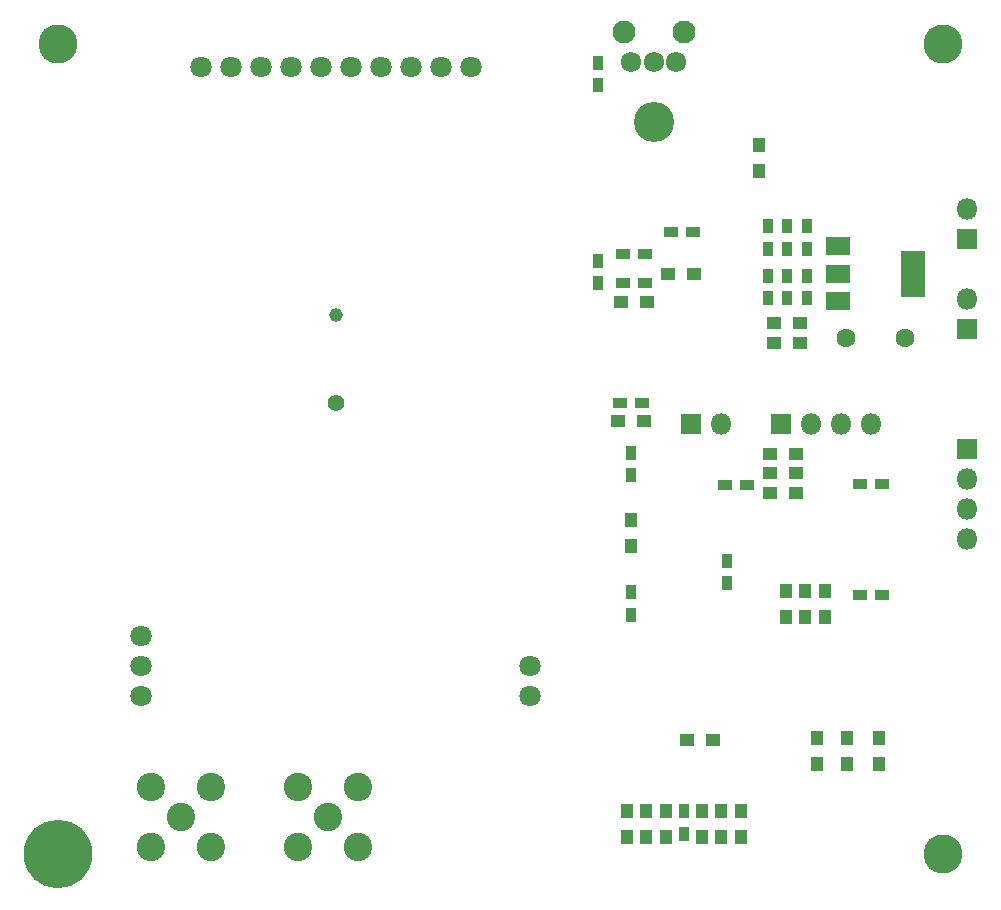
<source format=gbr>
G04 #@! TF.GenerationSoftware,KiCad,Pcbnew,(5.1.4)-1*
G04 #@! TF.CreationDate,2019-12-06T13:38:36-06:00*
G04 #@! TF.ProjectId,control_pcb,636f6e74-726f-46c5-9f70-63622e6b6963,rev?*
G04 #@! TF.SameCoordinates,Original*
G04 #@! TF.FileFunction,Soldermask,Bot*
G04 #@! TF.FilePolarity,Negative*
%FSLAX46Y46*%
G04 Gerber Fmt 4.6, Leading zero omitted, Abs format (unit mm)*
G04 Created by KiCad (PCBNEW (5.1.4)-1) date 2019-12-06 13:38:36*
%MOMM*%
%LPD*%
G04 APERTURE LIST*
%ADD10C,2.401600*%
%ADD11C,1.151600*%
%ADD12C,1.401600*%
%ADD13R,1.301600X0.851600*%
%ADD14R,0.851600X1.301600*%
%ADD15C,1.601600*%
%ADD16O,1.801600X1.801600*%
%ADD17R,1.801600X1.801600*%
%ADD18R,1.301600X1.001600*%
%ADD19R,1.001600X1.301600*%
%ADD20C,1.801600*%
%ADD21C,1.721600*%
%ADD22C,1.931600*%
%ADD23C,3.401600*%
%ADD24R,2.101600X1.601600*%
%ADD25R,2.101600X3.901600*%
%ADD26C,3.301600*%
%ADD27C,5.801600*%
G04 APERTURE END LIST*
D10*
X87884000Y-165735000D03*
X85344000Y-163195000D03*
X90424000Y-163195000D03*
X85344000Y-168275000D03*
X90424000Y-168275000D03*
X97790000Y-168275000D03*
X97790000Y-163195000D03*
X102870000Y-168275000D03*
X102870000Y-163195000D03*
X100330000Y-165735000D03*
D11*
X100965000Y-123275000D03*
D12*
X100965000Y-130725000D03*
D13*
X125034000Y-130683000D03*
X126934000Y-130683000D03*
D14*
X125984000Y-134940000D03*
X125984000Y-136840000D03*
X125984000Y-146751000D03*
X125984000Y-148651000D03*
D13*
X147254000Y-137541000D03*
X145354000Y-137541000D03*
X145354000Y-146939000D03*
X147254000Y-146939000D03*
X133924000Y-137668000D03*
X135824000Y-137668000D03*
D14*
X134112000Y-144084000D03*
X134112000Y-145984000D03*
X130429000Y-167193000D03*
X130429000Y-165293000D03*
X123190000Y-101920000D03*
X123190000Y-103820000D03*
X137541000Y-119954000D03*
X137541000Y-121854000D03*
X139192000Y-121854000D03*
X139192000Y-119954000D03*
X140843000Y-119954000D03*
X140843000Y-121854000D03*
X140843000Y-117663000D03*
X140843000Y-115763000D03*
X139192000Y-115763000D03*
X139192000Y-117663000D03*
X137541000Y-117663000D03*
X137541000Y-115763000D03*
D15*
X144185000Y-125222000D03*
X149185000Y-125222000D03*
D16*
X133604000Y-132461000D03*
D17*
X131064000Y-132461000D03*
X138684000Y-132461000D03*
D16*
X141224000Y-132461000D03*
X143764000Y-132461000D03*
X146304000Y-132461000D03*
X154432000Y-142240000D03*
X154432000Y-139700000D03*
X154432000Y-137160000D03*
D17*
X154432000Y-134620000D03*
D16*
X154432000Y-114300000D03*
D17*
X154432000Y-116840000D03*
X154432000Y-124460000D03*
D16*
X154432000Y-121920000D03*
D18*
X139911000Y-138303000D03*
X137711000Y-138303000D03*
D19*
X142367000Y-148801000D03*
X142367000Y-146601000D03*
D18*
X138092000Y-125603000D03*
X140292000Y-125603000D03*
X140308001Y-123947999D03*
X138108001Y-123947999D03*
X139911000Y-135001000D03*
X137711000Y-135001000D03*
X139911000Y-136652000D03*
X137711000Y-136652000D03*
D19*
X139065000Y-146601000D03*
X139065000Y-148801000D03*
X140716000Y-146601000D03*
X140716000Y-148801000D03*
D18*
X124884000Y-132207000D03*
X127084000Y-132207000D03*
D19*
X125984000Y-140632000D03*
X125984000Y-142832000D03*
D18*
X130726000Y-159258000D03*
X132926000Y-159258000D03*
D19*
X125603000Y-167470000D03*
X125603000Y-165270000D03*
X127254000Y-165270000D03*
X127254000Y-167470000D03*
X128905000Y-167470000D03*
X128905000Y-165270000D03*
X131953000Y-167470000D03*
X131953000Y-165270000D03*
X133604000Y-165270000D03*
X133604000Y-167470000D03*
X135255000Y-167470000D03*
X135255000Y-165270000D03*
D20*
X117465000Y-153015000D03*
X107315000Y-102255000D03*
X104775000Y-102255000D03*
X99695000Y-102255000D03*
X112395000Y-102255000D03*
X109855000Y-102255000D03*
X97155000Y-102255000D03*
X117465000Y-155555000D03*
X84465000Y-150475000D03*
X84465000Y-155555000D03*
X102235000Y-102255000D03*
X92075000Y-102255000D03*
X89535000Y-102255000D03*
X84465000Y-153015000D03*
X94615000Y-102255000D03*
D21*
X129797001Y-101887001D03*
X127892001Y-101887001D03*
X125987001Y-101887001D03*
D22*
X125352001Y-99347001D03*
X130432001Y-99347001D03*
D23*
X127892001Y-106967001D03*
D24*
X143535000Y-122061000D03*
X143535000Y-117461000D03*
X143535000Y-119761000D03*
D25*
X149835000Y-119761000D03*
D26*
X77470000Y-100330000D03*
X152400000Y-100330000D03*
X152400000Y-168910000D03*
D27*
X77470000Y-168910000D03*
D13*
X131252000Y-116205000D03*
X129352000Y-116205000D03*
D14*
X123190000Y-120584000D03*
X123190000Y-118684000D03*
D13*
X125288000Y-118110000D03*
X127188000Y-118110000D03*
X127188000Y-120523000D03*
X125288000Y-120523000D03*
D18*
X131275000Y-119761000D03*
X129075000Y-119761000D03*
X127338000Y-122174000D03*
X125138000Y-122174000D03*
D19*
X141732000Y-161247000D03*
X141732000Y-159047000D03*
X144272000Y-159047000D03*
X144272000Y-161247000D03*
X146939000Y-159047000D03*
X146939000Y-161247000D03*
X136779000Y-108882000D03*
X136779000Y-111082000D03*
M02*

</source>
